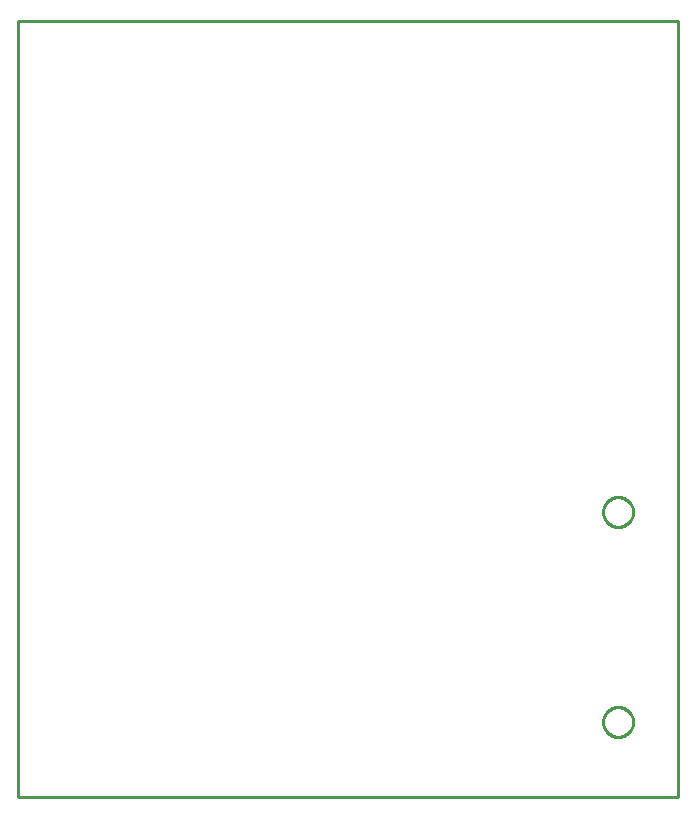
<source format=gbr>
G04 EAGLE Gerber RS-274X export*
G75*
%MOMM*%
%FSLAX34Y34*%
%LPD*%
%IN*%
%IPPOS*%
%AMOC8*
5,1,8,0,0,1.08239X$1,22.5*%
G01*
%ADD10C,0.254000*%


D10*
X0Y0D02*
X558600Y0D01*
X558600Y657100D01*
X0Y657100D01*
X0Y0D01*
X520700Y240801D02*
X520622Y239806D01*
X520466Y238820D01*
X520233Y237850D01*
X519924Y236901D01*
X519542Y235979D01*
X519089Y235090D01*
X518568Y234239D01*
X517981Y233431D01*
X517333Y232673D01*
X516627Y231967D01*
X515869Y231319D01*
X515061Y230732D01*
X514210Y230211D01*
X513321Y229758D01*
X512399Y229376D01*
X511450Y229067D01*
X510480Y228834D01*
X509494Y228678D01*
X508499Y228600D01*
X507501Y228600D01*
X506506Y228678D01*
X505520Y228834D01*
X504550Y229067D01*
X503601Y229376D01*
X502679Y229758D01*
X501790Y230211D01*
X500939Y230732D01*
X500131Y231319D01*
X499373Y231967D01*
X498667Y232673D01*
X498019Y233431D01*
X497432Y234239D01*
X496911Y235090D01*
X496458Y235979D01*
X496076Y236901D01*
X495767Y237850D01*
X495534Y238820D01*
X495378Y239806D01*
X495300Y240801D01*
X495300Y241799D01*
X495378Y242794D01*
X495534Y243780D01*
X495767Y244750D01*
X496076Y245699D01*
X496458Y246621D01*
X496911Y247510D01*
X497432Y248361D01*
X498019Y249169D01*
X498667Y249927D01*
X499373Y250633D01*
X500131Y251281D01*
X500939Y251868D01*
X501790Y252389D01*
X502679Y252842D01*
X503601Y253224D01*
X504550Y253533D01*
X505520Y253766D01*
X506506Y253922D01*
X507501Y254000D01*
X508499Y254000D01*
X509494Y253922D01*
X510480Y253766D01*
X511450Y253533D01*
X512399Y253224D01*
X513321Y252842D01*
X514210Y252389D01*
X515061Y251868D01*
X515869Y251281D01*
X516627Y250633D01*
X517333Y249927D01*
X517981Y249169D01*
X518568Y248361D01*
X519089Y247510D01*
X519542Y246621D01*
X519924Y245699D01*
X520233Y244750D01*
X520466Y243780D01*
X520622Y242794D01*
X520700Y241799D01*
X520700Y240801D01*
X520700Y63001D02*
X520622Y62006D01*
X520466Y61020D01*
X520233Y60050D01*
X519924Y59101D01*
X519542Y58179D01*
X519089Y57290D01*
X518568Y56439D01*
X517981Y55631D01*
X517333Y54873D01*
X516627Y54167D01*
X515869Y53519D01*
X515061Y52932D01*
X514210Y52411D01*
X513321Y51958D01*
X512399Y51576D01*
X511450Y51267D01*
X510480Y51034D01*
X509494Y50878D01*
X508499Y50800D01*
X507501Y50800D01*
X506506Y50878D01*
X505520Y51034D01*
X504550Y51267D01*
X503601Y51576D01*
X502679Y51958D01*
X501790Y52411D01*
X500939Y52932D01*
X500131Y53519D01*
X499373Y54167D01*
X498667Y54873D01*
X498019Y55631D01*
X497432Y56439D01*
X496911Y57290D01*
X496458Y58179D01*
X496076Y59101D01*
X495767Y60050D01*
X495534Y61020D01*
X495378Y62006D01*
X495300Y63001D01*
X495300Y63999D01*
X495378Y64994D01*
X495534Y65980D01*
X495767Y66950D01*
X496076Y67899D01*
X496458Y68821D01*
X496911Y69710D01*
X497432Y70561D01*
X498019Y71369D01*
X498667Y72127D01*
X499373Y72833D01*
X500131Y73481D01*
X500939Y74068D01*
X501790Y74589D01*
X502679Y75042D01*
X503601Y75424D01*
X504550Y75733D01*
X505520Y75966D01*
X506506Y76122D01*
X507501Y76200D01*
X508499Y76200D01*
X509494Y76122D01*
X510480Y75966D01*
X511450Y75733D01*
X512399Y75424D01*
X513321Y75042D01*
X514210Y74589D01*
X515061Y74068D01*
X515869Y73481D01*
X516627Y72833D01*
X517333Y72127D01*
X517981Y71369D01*
X518568Y70561D01*
X519089Y69710D01*
X519542Y68821D01*
X519924Y67899D01*
X520233Y66950D01*
X520466Y65980D01*
X520622Y64994D01*
X520700Y63999D01*
X520700Y63001D01*
M02*

</source>
